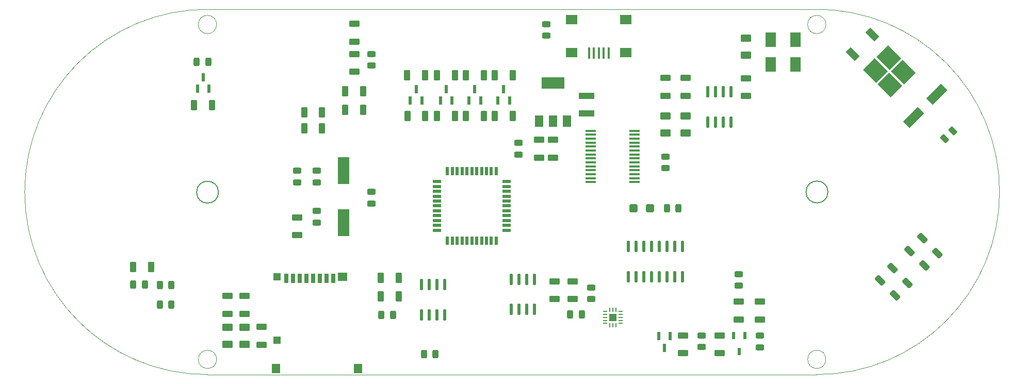
<source format=gbr>
%TF.GenerationSoftware,KiCad,Pcbnew,(6.0.9)*%
%TF.CreationDate,2022-12-14T16:33:37-05:00*%
%TF.ProjectId,Game_Cat_R3,47616d65-5f43-4617-945f-52332e6b6963,3.5*%
%TF.SameCoordinates,Original*%
%TF.FileFunction,Paste,Top*%
%TF.FilePolarity,Positive*%
%FSLAX46Y46*%
G04 Gerber Fmt 4.6, Leading zero omitted, Abs format (unit mm)*
G04 Created by KiCad (PCBNEW (6.0.9)) date 2022-12-14 16:33:37*
%MOMM*%
%LPD*%
G01*
G04 APERTURE LIST*
G04 Aperture macros list*
%AMRoundRect*
0 Rectangle with rounded corners*
0 $1 Rounding radius*
0 $2 $3 $4 $5 $6 $7 $8 $9 X,Y pos of 4 corners*
0 Add a 4 corners polygon primitive as box body*
4,1,4,$2,$3,$4,$5,$6,$7,$8,$9,$2,$3,0*
0 Add four circle primitives for the rounded corners*
1,1,$1+$1,$2,$3*
1,1,$1+$1,$4,$5*
1,1,$1+$1,$6,$7*
1,1,$1+$1,$8,$9*
0 Add four rect primitives between the rounded corners*
20,1,$1+$1,$2,$3,$4,$5,0*
20,1,$1+$1,$4,$5,$6,$7,0*
20,1,$1+$1,$6,$7,$8,$9,0*
20,1,$1+$1,$8,$9,$2,$3,0*%
%AMRotRect*
0 Rectangle, with rotation*
0 The origin of the aperture is its center*
0 $1 length*
0 $2 width*
0 $3 Rotation angle, in degrees counterclockwise*
0 Add horizontal line*
21,1,$1,$2,0,0,$3*%
G04 Aperture macros list end*
%TA.AperFunction,Profile*%
%ADD10C,0.100000*%
%TD*%
%TA.AperFunction,Profile*%
%ADD11C,0.200000*%
%TD*%
%ADD12RoundRect,0.124600X-0.150000X0.825000X-0.150000X-0.825000X0.150000X-0.825000X0.150000X0.825000X0*%
%ADD13RoundRect,0.224600X0.625000X-0.312500X0.625000X0.312500X-0.625000X0.312500X-0.625000X-0.312500X0*%
%ADD14RoundRect,0.224600X-0.625000X0.312500X-0.625000X-0.312500X0.625000X-0.312500X0.625000X0.312500X0*%
%ADD15RoundRect,0.224600X0.312500X0.625000X-0.312500X0.625000X-0.312500X-0.625000X0.312500X-0.625000X0*%
%ADD16RoundRect,0.224600X-1.075000X0.312500X-1.075000X-0.312500X1.075000X-0.312500X1.075000X0.312500X0*%
%ADD17RoundRect,0.124600X0.150000X-0.587500X0.150000X0.587500X-0.150000X0.587500X-0.150000X-0.587500X0*%
%ADD18R,1.699200X0.399200*%
%ADD19RoundRect,0.224600X-0.312500X-0.625000X0.312500X-0.625000X0.312500X0.625000X-0.312500X0.625000X0*%
%ADD20R,1.449200X1.949200*%
%ADD21R,3.749200X1.949200*%
%ADD22R,0.599200X1.169200*%
%ADD23RoundRect,0.224600X-0.250000X-0.475000X0.250000X-0.475000X0.250000X0.475000X-0.250000X0.475000X0*%
%ADD24RoundRect,0.224600X0.625000X-0.375000X0.625000X0.375000X-0.625000X0.375000X-0.625000X-0.375000X0*%
%ADD25R,0.449200X1.949200*%
%ADD26R,1.949200X1.649200*%
%ADD27RoundRect,0.224600X0.671751X1.449569X-1.449569X-0.671751X-0.671751X-1.449569X1.449569X0.671751X0*%
%ADD28RoundRect,0.224600X0.159099X-0.512652X0.512652X-0.159099X-0.159099X0.512652X-0.512652X0.159099X0*%
%ADD29RoundRect,0.224600X0.250000X0.475000X-0.250000X0.475000X-0.250000X-0.475000X0.250000X-0.475000X0*%
%ADD30RoundRect,0.124600X-0.150000X0.587500X-0.150000X-0.587500X0.150000X-0.587500X0.150000X0.587500X0*%
%ADD31R,1.449200X0.499200*%
%ADD32R,0.499200X1.449200*%
%ADD33RoundRect,0.224600X0.475000X-0.250000X0.475000X0.250000X-0.475000X0.250000X-0.475000X-0.250000X0*%
%ADD34R,1.949200X4.449200*%
%ADD35R,1.749200X2.449200*%
%ADD36RoundRect,0.224600X0.220971X-0.662913X0.662913X-0.220971X-0.220971X0.662913X-0.662913X0.220971X0*%
%ADD37RoundRect,0.224600X-0.475000X0.250000X-0.475000X-0.250000X0.475000X-0.250000X0.475000X0.250000X0*%
%ADD38RoundRect,0.124600X0.150000X-0.825000X0.150000X0.825000X-0.150000X0.825000X-0.150000X-0.825000X0*%
%ADD39RoundRect,0.224600X-0.625000X0.375000X-0.625000X-0.375000X0.625000X-0.375000X0.625000X0.375000X0*%
%ADD40RoundRect,0.224600X-0.220971X0.662913X-0.662913X0.220971X0.220971X-0.662913X0.662913X-0.220971X0*%
%ADD41R,1.199200X1.199200*%
%ADD42R,0.762200X0.254200*%
%ADD43R,0.254200X0.762200*%
%ADD44RoundRect,0.224600X-0.450000X-0.425000X0.450000X-0.425000X0.450000X0.425000X-0.450000X0.425000X0*%
%ADD45RotRect,3.050000X2.750000X315.000000*%
%ADD46RotRect,2.149200X1.149200X315.000000*%
%ADD47R,0.749300X1.628140*%
%ADD48R,1.239520X1.249680*%
%ADD49R,1.648460X1.450340*%
%ADD50R,1.450340X1.648460*%
G04 APERTURE END LIST*
D10*
X92730000Y-126550000D02*
G75*
G03*
X92730000Y-126550000I-1500000J0D01*
G01*
X192730000Y-71550000D02*
G75*
G03*
X192730000Y-71550000I-1500000J0D01*
G01*
X192730000Y-126550000D02*
G75*
G03*
X192730000Y-126550000I-1500000J0D01*
G01*
D11*
X93032851Y-99092749D02*
G75*
G03*
X93032851Y-99092749I-1796051J0D01*
G01*
X193058051Y-99060000D02*
G75*
G03*
X193058051Y-99060000I-1796051J0D01*
G01*
D10*
X61230000Y-99050000D02*
G75*
G03*
X91230000Y-129050000I30000000J0D01*
G01*
X91230000Y-69050000D02*
G75*
G03*
X61230000Y-99050000I0J-30000000D01*
G01*
X191230000Y-129050000D02*
X91230000Y-129050000D01*
X221230000Y-99050000D02*
G75*
G03*
X191230000Y-69050000I-30000000J0D01*
G01*
X91230000Y-69050000D02*
X191230000Y-69050000D01*
X92730000Y-71550000D02*
G75*
G03*
X92730000Y-71550000I-1500000J0D01*
G01*
X191230000Y-129050000D02*
G75*
G03*
X221230000Y-99050000I0J30000000D01*
G01*
D12*
%TO.C,U2*%
X169164000Y-108015000D03*
X167894000Y-108015000D03*
X166624000Y-108015000D03*
X165354000Y-108015000D03*
X164084000Y-108015000D03*
X162814000Y-108015000D03*
X161544000Y-108015000D03*
X160274000Y-108015000D03*
X160274000Y-112965000D03*
X161544000Y-112965000D03*
X162814000Y-112965000D03*
X164084000Y-112965000D03*
X165354000Y-112965000D03*
X166624000Y-112965000D03*
X167894000Y-112965000D03*
X169164000Y-112965000D03*
%TD*%
D13*
%TO.C,R29*%
X115316000Y-74375200D03*
X115316000Y-71450200D03*
%TD*%
D14*
%TO.C,R1*%
X94488000Y-116139500D03*
X94488000Y-119064500D03*
%TD*%
D15*
%TO.C,R15*%
X91952000Y-84836000D03*
X89027000Y-84836000D03*
%TD*%
D16*
%TO.C,F1*%
X153416000Y-83246500D03*
X153416000Y-86171500D03*
%TD*%
D15*
%TO.C,R18*%
X131853400Y-79872840D03*
X128928400Y-79872840D03*
%TD*%
D17*
%TO.C,Q4*%
X124526000Y-84033870D03*
X126426000Y-84033870D03*
X125476000Y-82158870D03*
%TD*%
D14*
%TO.C,R36*%
X166370000Y-80325500D03*
X166370000Y-83250500D03*
%TD*%
D17*
%TO.C,Q6*%
X134152600Y-84033870D03*
X136052600Y-84033870D03*
X135102600Y-82158870D03*
%TD*%
D13*
%TO.C,R16*%
X148209000Y-116651500D03*
X148209000Y-113726500D03*
%TD*%
D18*
%TO.C,U8*%
X161334000Y-97443000D03*
X161334000Y-96793000D03*
X161334000Y-96143000D03*
X161334000Y-95493000D03*
X161334000Y-94843000D03*
X161334000Y-94193000D03*
X161334000Y-93543000D03*
X161334000Y-92893000D03*
X161334000Y-92243000D03*
X161334000Y-91593000D03*
X161334000Y-90943000D03*
X161334000Y-90293000D03*
X161334000Y-89643000D03*
X161334000Y-88993000D03*
X154134000Y-88993000D03*
X154134000Y-89643000D03*
X154134000Y-90293000D03*
X154134000Y-90943000D03*
X154134000Y-91593000D03*
X154134000Y-92243000D03*
X154134000Y-92893000D03*
X154134000Y-93543000D03*
X154134000Y-94193000D03*
X154134000Y-94843000D03*
X154134000Y-95493000D03*
X154134000Y-96143000D03*
X154134000Y-96793000D03*
X154134000Y-97443000D03*
%TD*%
D19*
%TO.C,R34*%
X113853500Y-82550000D03*
X116778500Y-82550000D03*
%TD*%
D20*
%TO.C,Q7*%
X145653760Y-87454740D03*
X147953760Y-87454740D03*
X150253760Y-87454740D03*
D21*
X147953760Y-81154740D03*
%TD*%
D22*
%TO.C,U3*%
X179448500Y-122682000D03*
X177548500Y-122682000D03*
X178498500Y-125302000D03*
%TD*%
D19*
%TO.C,R9*%
X119695500Y-113157000D03*
X122620500Y-113157000D03*
%TD*%
D23*
%TO.C,C24*%
X166624000Y-101727000D03*
X168524000Y-101727000D03*
%TD*%
D24*
%TO.C,LD2*%
X97345500Y-124079000D03*
X97345500Y-121279000D03*
%TD*%
D19*
%TO.C,R31*%
X107122500Y-88646000D03*
X110047500Y-88646000D03*
%TD*%
D15*
%TO.C,R26*%
X141314900Y-86563200D03*
X138389900Y-86563200D03*
%TD*%
%TO.C,R21*%
X126951200Y-86563200D03*
X124026200Y-86563200D03*
%TD*%
D14*
%TO.C,R38*%
X145653760Y-90485500D03*
X145653760Y-93410500D03*
%TD*%
%TO.C,R8*%
X181864000Y-117094000D03*
X181864000Y-120019000D03*
%TD*%
%TO.C,R35*%
X169672000Y-80325500D03*
X169672000Y-83250500D03*
%TD*%
D15*
%TO.C,R20*%
X126938500Y-79872840D03*
X124013500Y-79872840D03*
%TD*%
D25*
%TO.C,USB1*%
X157050340Y-76288900D03*
X156250340Y-76288900D03*
X155450340Y-76288900D03*
X154650340Y-76288900D03*
X153850340Y-76288900D03*
D26*
X159900340Y-70738900D03*
X151000340Y-70738900D03*
X151000340Y-76188900D03*
X159900340Y-76188900D03*
%TD*%
D14*
%TO.C,R12*%
X175260000Y-122616500D03*
X175260000Y-125541500D03*
%TD*%
D27*
%TO.C,C22*%
X210951188Y-83053812D03*
X207132812Y-86872188D03*
%TD*%
D28*
%TO.C,C23*%
X212180249Y-90333751D03*
X213523751Y-88990249D03*
%TD*%
D29*
%TO.C,C6*%
X128651000Y-125730000D03*
X126751000Y-125730000D03*
%TD*%
D23*
%TO.C,C14*%
X89474000Y-77724000D03*
X91374000Y-77724000D03*
%TD*%
D17*
%TO.C,Q2*%
X89601000Y-82090500D03*
X91501000Y-82090500D03*
X90551000Y-80215500D03*
%TD*%
D13*
%TO.C,R5*%
X105918000Y-106172000D03*
X105918000Y-103247000D03*
%TD*%
D30*
%TO.C,Q1*%
X167193000Y-122760500D03*
X165293000Y-122760500D03*
X166243000Y-124635500D03*
%TD*%
D31*
%TO.C,U1*%
X140320000Y-105346000D03*
X140320000Y-104546000D03*
X140320000Y-103746000D03*
X140320000Y-102946000D03*
X140320000Y-102146000D03*
X140320000Y-101346000D03*
X140320000Y-100546000D03*
X140320000Y-99746000D03*
X140320000Y-98946000D03*
X140320000Y-98146000D03*
X140320000Y-97346000D03*
D32*
X138620000Y-95646000D03*
X137820000Y-95646000D03*
X137020000Y-95646000D03*
X136220000Y-95646000D03*
X135420000Y-95646000D03*
X134620000Y-95646000D03*
X133820000Y-95646000D03*
X133020000Y-95646000D03*
X132220000Y-95646000D03*
X131420000Y-95646000D03*
X130620000Y-95646000D03*
D31*
X128920000Y-97346000D03*
X128920000Y-98146000D03*
X128920000Y-98946000D03*
X128920000Y-99746000D03*
X128920000Y-100546000D03*
X128920000Y-101346000D03*
X128920000Y-102146000D03*
X128920000Y-102946000D03*
X128920000Y-103746000D03*
X128920000Y-104546000D03*
X128920000Y-105346000D03*
D32*
X130620000Y-107046000D03*
X131420000Y-107046000D03*
X132220000Y-107046000D03*
X133020000Y-107046000D03*
X133820000Y-107046000D03*
X134620000Y-107046000D03*
X135420000Y-107046000D03*
X136220000Y-107046000D03*
X137020000Y-107046000D03*
X137820000Y-107046000D03*
X138620000Y-107046000D03*
%TD*%
D33*
%TO.C,C9*%
X105918000Y-97470000D03*
X105918000Y-95570000D03*
%TD*%
D24*
%TO.C,D5*%
X179598000Y-76584000D03*
X179598000Y-73784000D03*
%TD*%
D34*
%TO.C,X1*%
X113538000Y-104072000D03*
X113538000Y-95572000D03*
%TD*%
D35*
%TO.C,D1*%
X187706000Y-78073000D03*
X187706000Y-74073000D03*
%TD*%
D33*
%TO.C,C13*%
X172339000Y-124516500D03*
X172339000Y-122616500D03*
%TD*%
D36*
%TO.C,R10*%
X208922256Y-111168544D03*
X210990544Y-109100256D03*
%TD*%
D37*
%TO.C,C2*%
X109169200Y-102172000D03*
X109169200Y-104072000D03*
%TD*%
D33*
%TO.C,C17*%
X118110000Y-78303200D03*
X118110000Y-76403200D03*
%TD*%
D38*
%TO.C,U6*%
X173355000Y-87565000D03*
X174625000Y-87565000D03*
X175895000Y-87565000D03*
X177165000Y-87565000D03*
X177165000Y-82615000D03*
X175895000Y-82615000D03*
X174625000Y-82615000D03*
X173355000Y-82615000D03*
%TD*%
D15*
%TO.C,R25*%
X141314900Y-79872840D03*
X138389900Y-79872840D03*
%TD*%
D37*
%TO.C,C19*%
X146812000Y-71501000D03*
X146812000Y-73401000D03*
%TD*%
D14*
%TO.C,R4*%
X169291000Y-122616500D03*
X169291000Y-125541500D03*
%TD*%
%TO.C,R23*%
X100076000Y-121236500D03*
X100076000Y-124161500D03*
%TD*%
D17*
%TO.C,Q3*%
X129440900Y-84033870D03*
X131340900Y-84033870D03*
X130390900Y-82158870D03*
%TD*%
D39*
%TO.C,D4*%
X166370000Y-86585600D03*
X166370000Y-89385600D03*
%TD*%
D40*
%TO.C,R13*%
X206113744Y-113977056D03*
X204045456Y-116045344D03*
%TD*%
D29*
%TO.C,C10*%
X85313600Y-114312700D03*
X83413600Y-114312700D03*
%TD*%
D40*
%TO.C,R14*%
X203675344Y-111538656D03*
X201607056Y-113606944D03*
%TD*%
D33*
%TO.C,C11*%
X178435000Y-114427000D03*
X178435000Y-112527000D03*
%TD*%
D29*
%TO.C,C16*%
X152660000Y-119150000D03*
X150760000Y-119150000D03*
%TD*%
D38*
%TO.C,U4*%
X141097000Y-118364000D03*
X142367000Y-118364000D03*
X143637000Y-118364000D03*
X144907000Y-118364000D03*
X144907000Y-113414000D03*
X143637000Y-113414000D03*
X142367000Y-113414000D03*
X141097000Y-113414000D03*
%TD*%
D29*
%TO.C,C7*%
X85313600Y-117544850D03*
X83413600Y-117544850D03*
%TD*%
D41*
%TO.C,U7*%
X157728996Y-119650000D03*
D42*
X156453996Y-118650000D03*
X156453996Y-119150000D03*
X156453996Y-119650000D03*
X156453996Y-120150000D03*
X156453996Y-120650000D03*
D43*
X157228996Y-120925000D03*
X157728996Y-120925000D03*
X158228996Y-120925000D03*
D42*
X159003996Y-120650000D03*
X159003996Y-120150000D03*
X159003996Y-119650000D03*
X159003996Y-119150000D03*
X159003996Y-118650000D03*
D43*
X158228996Y-118375000D03*
X157728996Y-118375000D03*
X157228996Y-118375000D03*
%TD*%
D35*
%TO.C,D2*%
X183642000Y-78073000D03*
X183642000Y-74073000D03*
%TD*%
D14*
%TO.C,R30*%
X115316000Y-76403200D03*
X115316000Y-79328200D03*
%TD*%
D33*
%TO.C,C15*%
X154178000Y-116651500D03*
X154178000Y-114751500D03*
%TD*%
D23*
%TO.C,C8*%
X119761000Y-119253000D03*
X121661000Y-119253000D03*
%TD*%
D37*
%TO.C,C1*%
X109169200Y-95572000D03*
X109169200Y-97472000D03*
%TD*%
D15*
%TO.C,R19*%
X131815300Y-86563200D03*
X128890300Y-86563200D03*
%TD*%
D37*
%TO.C,C18*%
X142290800Y-90998000D03*
X142290800Y-92898000D03*
%TD*%
D12*
%TO.C,U5*%
X130175000Y-114303000D03*
X128905000Y-114303000D03*
X127635000Y-114303000D03*
X126365000Y-114303000D03*
X126365000Y-119253000D03*
X127635000Y-119253000D03*
X128905000Y-119253000D03*
X130175000Y-119253000D03*
%TD*%
D19*
%TO.C,R22*%
X119695500Y-116205000D03*
X122620500Y-116205000D03*
%TD*%
%TO.C,R33*%
X113853500Y-85598000D03*
X116778500Y-85598000D03*
%TD*%
D37*
%TO.C,C12*%
X181864000Y-122682000D03*
X181864000Y-124582000D03*
%TD*%
D17*
%TO.C,Q5*%
X138902400Y-84033870D03*
X140802400Y-84033870D03*
X139852400Y-82158870D03*
%TD*%
D13*
%TO.C,R37*%
X147953760Y-93410500D03*
X147953760Y-90485500D03*
%TD*%
%TO.C,R6*%
X178409600Y-120019000D03*
X178409600Y-117094000D03*
%TD*%
D39*
%TO.C,D3*%
X169672000Y-86585600D03*
X169672000Y-89385600D03*
%TD*%
D14*
%TO.C,R2*%
X97345500Y-116139500D03*
X97345500Y-119064500D03*
%TD*%
D37*
%TO.C,C3*%
X118110000Y-99062500D03*
X118110000Y-100962500D03*
%TD*%
D19*
%TO.C,R3*%
X79027081Y-111379000D03*
X81952081Y-111379000D03*
%TD*%
D23*
%TO.C,C5*%
X79027081Y-114300000D03*
X80927081Y-114300000D03*
%TD*%
D15*
%TO.C,R28*%
X136565100Y-86563200D03*
X133640100Y-86563200D03*
%TD*%
D14*
%TO.C,R24*%
X179598000Y-80391000D03*
X179598000Y-83316000D03*
%TD*%
D44*
%TO.C,C4*%
X161150000Y-101727000D03*
X163850000Y-101727000D03*
%TD*%
D33*
%TO.C,C25*%
X166370000Y-95147000D03*
X166370000Y-93247000D03*
%TD*%
D36*
%TO.C,R11*%
X206483856Y-108730144D03*
X208552144Y-106661856D03*
%TD*%
D45*
%TO.C,U10*%
X205423666Y-79354108D03*
X203266990Y-81510784D03*
X203054858Y-76985301D03*
X200898183Y-79141976D03*
D46*
X200318355Y-73181066D03*
X197093948Y-76405473D03*
%TD*%
D47*
%TO.C,SD1*%
X111861600Y-113266220D03*
X110761780Y-113266220D03*
X109661960Y-113266220D03*
X108562140Y-113266220D03*
X107459780Y-113266220D03*
X106359960Y-113266220D03*
X105260140Y-113266220D03*
X104160320Y-113266220D03*
D48*
X102616000Y-113030000D03*
X102616000Y-123444000D03*
D49*
X113411000Y-112966500D03*
D50*
X102471220Y-128026160D03*
X115968780Y-128026160D03*
%TD*%
D24*
%TO.C,LD1*%
X94488000Y-124079000D03*
X94488000Y-121279000D03*
%TD*%
D13*
%TO.C,R17*%
X151130000Y-116651500D03*
X151130000Y-113726500D03*
%TD*%
D15*
%TO.C,R27*%
X136565100Y-79872840D03*
X133640100Y-79872840D03*
%TD*%
D19*
%TO.C,R32*%
X107122500Y-85979000D03*
X110047500Y-85979000D03*
%TD*%
M02*

</source>
